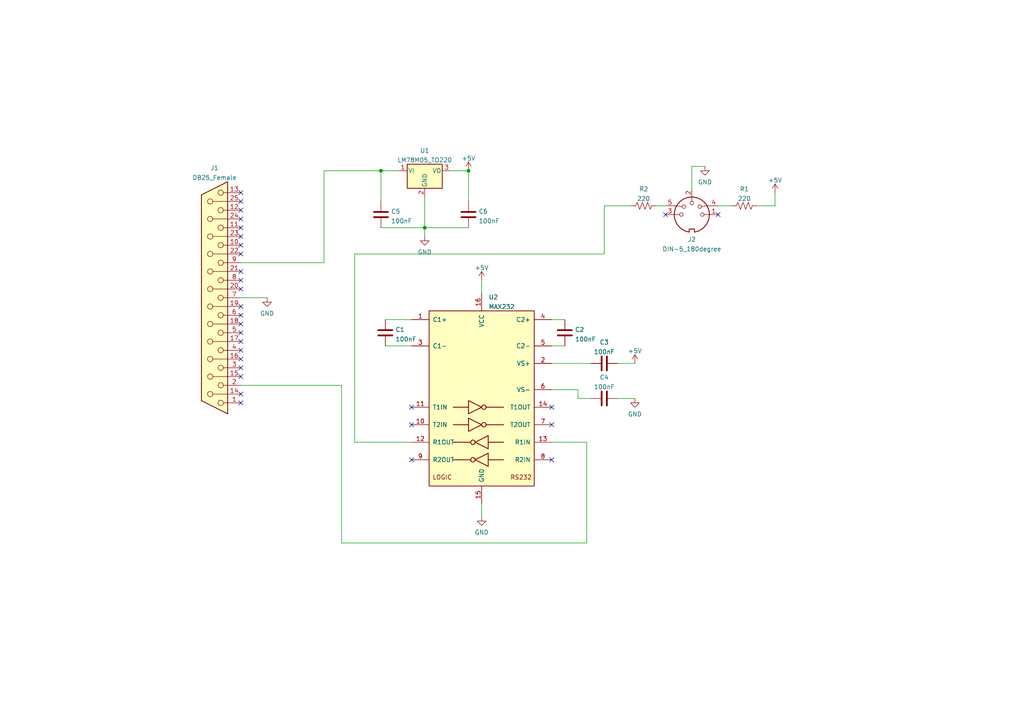
<source format=kicad_sch>
(kicad_sch (version 20211123) (generator eeschema)

  (uuid e63e39d7-6ac0-4ffd-8aa3-1841a4541b55)

  (paper "A4")

  (lib_symbols
    (symbol "Connector:DB25_Female" (pin_names (offset 1.016) hide) (in_bom yes) (on_board yes)
      (property "Reference" "J" (id 0) (at 0 34.29 0)
        (effects (font (size 1.27 1.27)))
      )
      (property "Value" "DB25_Female" (id 1) (at 0 -34.925 0)
        (effects (font (size 1.27 1.27)))
      )
      (property "Footprint" "" (id 2) (at 0 0 0)
        (effects (font (size 1.27 1.27)) hide)
      )
      (property "Datasheet" " ~" (id 3) (at 0 0 0)
        (effects (font (size 1.27 1.27)) hide)
      )
      (property "ki_keywords" "female D-SUB connector" (id 4) (at 0 0 0)
        (effects (font (size 1.27 1.27)) hide)
      )
      (property "ki_description" "25-pin female D-SUB connector" (id 5) (at 0 0 0)
        (effects (font (size 1.27 1.27)) hide)
      )
      (property "ki_fp_filters" "DSUB*Female*" (id 6) (at 0 0 0)
        (effects (font (size 1.27 1.27)) hide)
      )
      (symbol "DB25_Female_0_1"
        (circle (center -1.778 -30.48) (radius 0.762)
          (stroke (width 0) (type default) (color 0 0 0 0))
          (fill (type none))
        )
        (circle (center -1.778 -25.4) (radius 0.762)
          (stroke (width 0) (type default) (color 0 0 0 0))
          (fill (type none))
        )
        (circle (center -1.778 -20.32) (radius 0.762)
          (stroke (width 0) (type default) (color 0 0 0 0))
          (fill (type none))
        )
        (circle (center -1.778 -15.24) (radius 0.762)
          (stroke (width 0) (type default) (color 0 0 0 0))
          (fill (type none))
        )
        (circle (center -1.778 -10.16) (radius 0.762)
          (stroke (width 0) (type default) (color 0 0 0 0))
          (fill (type none))
        )
        (circle (center -1.778 -5.08) (radius 0.762)
          (stroke (width 0) (type default) (color 0 0 0 0))
          (fill (type none))
        )
        (circle (center -1.778 0) (radius 0.762)
          (stroke (width 0) (type default) (color 0 0 0 0))
          (fill (type none))
        )
        (circle (center -1.778 5.08) (radius 0.762)
          (stroke (width 0) (type default) (color 0 0 0 0))
          (fill (type none))
        )
        (circle (center -1.778 10.16) (radius 0.762)
          (stroke (width 0) (type default) (color 0 0 0 0))
          (fill (type none))
        )
        (circle (center -1.778 15.24) (radius 0.762)
          (stroke (width 0) (type default) (color 0 0 0 0))
          (fill (type none))
        )
        (circle (center -1.778 20.32) (radius 0.762)
          (stroke (width 0) (type default) (color 0 0 0 0))
          (fill (type none))
        )
        (circle (center -1.778 25.4) (radius 0.762)
          (stroke (width 0) (type default) (color 0 0 0 0))
          (fill (type none))
        )
        (circle (center -1.778 30.48) (radius 0.762)
          (stroke (width 0) (type default) (color 0 0 0 0))
          (fill (type none))
        )
        (polyline
          (pts
            (xy -3.81 -30.48)
            (xy -2.54 -30.48)
          )
          (stroke (width 0) (type default) (color 0 0 0 0))
          (fill (type none))
        )
        (polyline
          (pts
            (xy -3.81 -27.94)
            (xy 0.508 -27.94)
          )
          (stroke (width 0) (type default) (color 0 0 0 0))
          (fill (type none))
        )
        (polyline
          (pts
            (xy -3.81 -25.4)
            (xy -2.54 -25.4)
          )
          (stroke (width 0) (type default) (color 0 0 0 0))
          (fill (type none))
        )
        (polyline
          (pts
            (xy -3.81 -22.86)
            (xy 0.508 -22.86)
          )
          (stroke (width 0) (type default) (color 0 0 0 0))
          (fill (type none))
        )
        (polyline
          (pts
            (xy -3.81 -20.32)
            (xy -2.54 -20.32)
          )
          (stroke (width 0) (type default) (color 0 0 0 0))
          (fill (type none))
        )
        (polyline
          (pts
            (xy -3.81 -17.78)
            (xy 0.508 -17.78)
          )
          (stroke (width 0) (type default) (color 0 0 0 0))
          (fill (type none))
        )
        (polyline
          (pts
            (xy -3.81 -15.24)
            (xy -2.54 -15.24)
          )
          (stroke (width 0) (type default) (color 0 0 0 0))
          (fill (type none))
        )
        (polyline
          (pts
            (xy -3.81 -12.7)
            (xy 0.508 -12.7)
          )
          (stroke (width 0) (type default) (color 0 0 0 0))
          (fill (type none))
        )
        (polyline
          (pts
            (xy -3.81 -10.16)
            (xy -2.54 -10.16)
          )
          (stroke (width 0) (type default) (color 0 0 0 0))
          (fill (type none))
        )
        (polyline
          (pts
            (xy -3.81 -7.62)
            (xy 0.508 -7.62)
          )
          (stroke (width 0) (type default) (color 0 0 0 0))
          (fill (type none))
        )
        (polyline
          (pts
            (xy -3.81 -5.08)
            (xy -2.54 -5.08)
          )
          (stroke (width 0) (type default) (color 0 0 0 0))
          (fill (type none))
        )
        (polyline
          (pts
            (xy -3.81 -2.54)
            (xy 0.508 -2.54)
          )
          (stroke (width 0) (type default) (color 0 0 0 0))
          (fill (type none))
        )
        (polyline
          (pts
            (xy -3.81 0)
            (xy -2.54 0)
          )
          (stroke (width 0) (type default) (color 0 0 0 0))
          (fill (type none))
        )
        (polyline
          (pts
            (xy -3.81 2.54)
            (xy 0.508 2.54)
          )
          (stroke (width 0) (type default) (color 0 0 0 0))
          (fill (type none))
        )
        (polyline
          (pts
            (xy -3.81 5.08)
            (xy -2.54 5.08)
          )
          (stroke (width 0) (type default) (color 0 0 0 0))
          (fill (type none))
        )
        (polyline
          (pts
            (xy -3.81 7.62)
            (xy 0.508 7.62)
          )
          (stroke (width 0) (type default) (color 0 0 0 0))
          (fill (type none))
        )
        (polyline
          (pts
            (xy -3.81 10.16)
            (xy -2.54 10.16)
          )
          (stroke (width 0) (type default) (color 0 0 0 0))
          (fill (type none))
        )
        (polyline
          (pts
            (xy -3.81 12.7)
            (xy 0.508 12.7)
          )
          (stroke (width 0) (type default) (color 0 0 0 0))
          (fill (type none))
        )
        (polyline
          (pts
            (xy -3.81 15.24)
            (xy -2.54 15.24)
          )
          (stroke (width 0) (type default) (color 0 0 0 0))
          (fill (type none))
        )
        (polyline
          (pts
            (xy -3.81 17.78)
            (xy 0.508 17.78)
          )
          (stroke (width 0) (type default) (color 0 0 0 0))
          (fill (type none))
        )
        (polyline
          (pts
            (xy -3.81 20.32)
            (xy -2.54 20.32)
          )
          (stroke (width 0) (type default) (color 0 0 0 0))
          (fill (type none))
        )
        (polyline
          (pts
            (xy -3.81 22.86)
            (xy 0.508 22.86)
          )
          (stroke (width 0) (type default) (color 0 0 0 0))
          (fill (type none))
        )
        (polyline
          (pts
            (xy -3.81 25.4)
            (xy -2.54 25.4)
          )
          (stroke (width 0) (type default) (color 0 0 0 0))
          (fill (type none))
        )
        (polyline
          (pts
            (xy -3.81 27.94)
            (xy 0.508 27.94)
          )
          (stroke (width 0) (type default) (color 0 0 0 0))
          (fill (type none))
        )
        (polyline
          (pts
            (xy -3.81 30.48)
            (xy -2.54 30.48)
          )
          (stroke (width 0) (type default) (color 0 0 0 0))
          (fill (type none))
        )
        (polyline
          (pts
            (xy -3.81 33.655)
            (xy 3.81 29.845)
            (xy 3.81 -29.845)
            (xy -3.81 -33.655)
            (xy -3.81 33.655)
          )
          (stroke (width 0.254) (type default) (color 0 0 0 0))
          (fill (type background))
        )
        (circle (center 1.27 -27.94) (radius 0.762)
          (stroke (width 0) (type default) (color 0 0 0 0))
          (fill (type none))
        )
        (circle (center 1.27 -22.86) (radius 0.762)
          (stroke (width 0) (type default) (color 0 0 0 0))
          (fill (type none))
        )
        (circle (center 1.27 -17.78) (radius 0.762)
          (stroke (width 0) (type default) (color 0 0 0 0))
          (fill (type none))
        )
        (circle (center 1.27 -12.7) (radius 0.762)
          (stroke (width 0) (type default) (color 0 0 0 0))
          (fill (type none))
        )
        (circle (center 1.27 -7.62) (radius 0.762)
          (stroke (width 0) (type default) (color 0 0 0 0))
          (fill (type none))
        )
        (circle (center 1.27 -2.54) (radius 0.762)
          (stroke (width 0) (type default) (color 0 0 0 0))
          (fill (type none))
        )
        (circle (center 1.27 2.54) (radius 0.762)
          (stroke (width 0) (type default) (color 0 0 0 0))
          (fill (type none))
        )
        (circle (center 1.27 7.62) (radius 0.762)
          (stroke (width 0) (type default) (color 0 0 0 0))
          (fill (type none))
        )
        (circle (center 1.27 12.7) (radius 0.762)
          (stroke (width 0) (type default) (color 0 0 0 0))
          (fill (type none))
        )
        (circle (center 1.27 17.78) (radius 0.762)
          (stroke (width 0) (type default) (color 0 0 0 0))
          (fill (type none))
        )
        (circle (center 1.27 22.86) (radius 0.762)
          (stroke (width 0) (type default) (color 0 0 0 0))
          (fill (type none))
        )
        (circle (center 1.27 27.94) (radius 0.762)
          (stroke (width 0) (type default) (color 0 0 0 0))
          (fill (type none))
        )
      )
      (symbol "DB25_Female_1_1"
        (pin passive line (at -7.62 30.48 0) (length 3.81)
          (name "1" (effects (font (size 1.27 1.27))))
          (number "1" (effects (font (size 1.27 1.27))))
        )
        (pin passive line (at -7.62 -15.24 0) (length 3.81)
          (name "10" (effects (font (size 1.27 1.27))))
          (number "10" (effects (font (size 1.27 1.27))))
        )
        (pin passive line (at -7.62 -20.32 0) (length 3.81)
          (name "11" (effects (font (size 1.27 1.27))))
          (number "11" (effects (font (size 1.27 1.27))))
        )
        (pin passive line (at -7.62 -25.4 0) (length 3.81)
          (name "12" (effects (font (size 1.27 1.27))))
          (number "12" (effects (font (size 1.27 1.27))))
        )
        (pin passive line (at -7.62 -30.48 0) (length 3.81)
          (name "13" (effects (font (size 1.27 1.27))))
          (number "13" (effects (font (size 1.27 1.27))))
        )
        (pin passive line (at -7.62 27.94 0) (length 3.81)
          (name "P14" (effects (font (size 1.27 1.27))))
          (number "14" (effects (font (size 1.27 1.27))))
        )
        (pin passive line (at -7.62 22.86 0) (length 3.81)
          (name "P15" (effects (font (size 1.27 1.27))))
          (number "15" (effects (font (size 1.27 1.27))))
        )
        (pin passive line (at -7.62 17.78 0) (length 3.81)
          (name "P16" (effects (font (size 1.27 1.27))))
          (number "16" (effects (font (size 1.27 1.27))))
        )
        (pin passive line (at -7.62 12.7 0) (length 3.81)
          (name "P17" (effects (font (size 1.27 1.27))))
          (number "17" (effects (font (size 1.27 1.27))))
        )
        (pin passive line (at -7.62 7.62 0) (length 3.81)
          (name "P18" (effects (font (size 1.27 1.27))))
          (number "18" (effects (font (size 1.27 1.27))))
        )
        (pin passive line (at -7.62 2.54 0) (length 3.81)
          (name "P19" (effects (font (size 1.27 1.27))))
          (number "19" (effects (font (size 1.27 1.27))))
        )
        (pin passive line (at -7.62 25.4 0) (length 3.81)
          (name "2" (effects (font (size 1.27 1.27))))
          (number "2" (effects (font (size 1.27 1.27))))
        )
        (pin passive line (at -7.62 -2.54 0) (length 3.81)
          (name "P20" (effects (font (size 1.27 1.27))))
          (number "20" (effects (font (size 1.27 1.27))))
        )
        (pin passive line (at -7.62 -7.62 0) (length 3.81)
          (name "P21" (effects (font (size 1.27 1.27))))
          (number "21" (effects (font (size 1.27 1.27))))
        )
        (pin passive line (at -7.62 -12.7 0) (length 3.81)
          (name "P22" (effects (font (size 1.27 1.27))))
          (number "22" (effects (font (size 1.27 1.27))))
        )
        (pin passive line (at -7.62 -17.78 0) (length 3.81)
          (name "P23" (effects (font (size 1.27 1.27))))
          (number "23" (effects (font (size 1.27 1.27))))
        )
        (pin passive line (at -7.62 -22.86 0) (length 3.81)
          (name "P24" (effects (font (size 1.27 1.27))))
          (number "24" (effects (font (size 1.27 1.27))))
        )
        (pin passive line (at -7.62 -27.94 0) (length 3.81)
          (name "P25" (effects (font (size 1.27 1.27))))
          (number "25" (effects (font (size 1.27 1.27))))
        )
        (pin passive line (at -7.62 20.32 0) (length 3.81)
          (name "3" (effects (font (size 1.27 1.27))))
          (number "3" (effects (font (size 1.27 1.27))))
        )
        (pin passive line (at -7.62 15.24 0) (length 3.81)
          (name "4" (effects (font (size 1.27 1.27))))
          (number "4" (effects (font (size 1.27 1.27))))
        )
        (pin passive line (at -7.62 10.16 0) (length 3.81)
          (name "5" (effects (font (size 1.27 1.27))))
          (number "5" (effects (font (size 1.27 1.27))))
        )
        (pin passive line (at -7.62 5.08 0) (length 3.81)
          (name "6" (effects (font (size 1.27 1.27))))
          (number "6" (effects (font (size 1.27 1.27))))
        )
        (pin passive line (at -7.62 0 0) (length 3.81)
          (name "7" (effects (font (size 1.27 1.27))))
          (number "7" (effects (font (size 1.27 1.27))))
        )
        (pin passive line (at -7.62 -5.08 0) (length 3.81)
          (name "8" (effects (font (size 1.27 1.27))))
          (number "8" (effects (font (size 1.27 1.27))))
        )
        (pin passive line (at -7.62 -10.16 0) (length 3.81)
          (name "9" (effects (font (size 1.27 1.27))))
          (number "9" (effects (font (size 1.27 1.27))))
        )
      )
    )
    (symbol "Connector:DIN-5_180degree" (pin_names (offset 1.016)) (in_bom yes) (on_board yes)
      (property "Reference" "J" (id 0) (at 3.175 5.715 0)
        (effects (font (size 1.27 1.27)))
      )
      (property "Value" "DIN-5_180degree" (id 1) (at 0 -6.35 0)
        (effects (font (size 1.27 1.27)))
      )
      (property "Footprint" "" (id 2) (at 0 0 0)
        (effects (font (size 1.27 1.27)) hide)
      )
      (property "Datasheet" "http://www.mouser.com/ds/2/18/40_c091_abd_e-75918.pdf" (id 3) (at 0 0 0)
        (effects (font (size 1.27 1.27)) hide)
      )
      (property "ki_keywords" "circular DIN connector stereo audio" (id 4) (at 0 0 0)
        (effects (font (size 1.27 1.27)) hide)
      )
      (property "ki_description" "5-pin DIN connector (5-pin DIN-5 stereo)" (id 5) (at 0 0 0)
        (effects (font (size 1.27 1.27)) hide)
      )
      (property "ki_fp_filters" "DIN*" (id 6) (at 0 0 0)
        (effects (font (size 1.27 1.27)) hide)
      )
      (symbol "DIN-5_180degree_0_1"
        (arc (start -5.08 0) (mid -3.8597 -3.3379) (end -0.762 -5.08)
          (stroke (width 0.254) (type default) (color 0 0 0 0))
          (fill (type none))
        )
        (circle (center -3.048 0) (radius 0.508)
          (stroke (width 0) (type default) (color 0 0 0 0))
          (fill (type none))
        )
        (circle (center -2.286 2.286) (radius 0.508)
          (stroke (width 0) (type default) (color 0 0 0 0))
          (fill (type none))
        )
        (polyline
          (pts
            (xy -5.08 0)
            (xy -3.556 0)
          )
          (stroke (width 0) (type default) (color 0 0 0 0))
          (fill (type none))
        )
        (polyline
          (pts
            (xy 0 5.08)
            (xy 0 3.81)
          )
          (stroke (width 0) (type default) (color 0 0 0 0))
          (fill (type none))
        )
        (polyline
          (pts
            (xy 5.08 0)
            (xy 3.556 0)
          )
          (stroke (width 0) (type default) (color 0 0 0 0))
          (fill (type none))
        )
        (polyline
          (pts
            (xy -5.08 2.54)
            (xy -4.318 2.54)
            (xy -2.794 2.286)
          )
          (stroke (width 0) (type default) (color 0 0 0 0))
          (fill (type none))
        )
        (polyline
          (pts
            (xy 5.08 2.54)
            (xy 4.318 2.54)
            (xy 2.794 2.286)
          )
          (stroke (width 0) (type default) (color 0 0 0 0))
          (fill (type none))
        )
        (polyline
          (pts
            (xy -0.762 -4.953)
            (xy -0.762 -4.191)
            (xy 0.762 -4.191)
            (xy 0.762 -4.953)
          )
          (stroke (width 0.254) (type default) (color 0 0 0 0))
          (fill (type none))
        )
        (circle (center 0 3.302) (radius 0.508)
          (stroke (width 0) (type default) (color 0 0 0 0))
          (fill (type none))
        )
        (arc (start 0.762 -5.08) (mid 3.8673 -3.3444) (end 5.08 0)
          (stroke (width 0.254) (type default) (color 0 0 0 0))
          (fill (type none))
        )
        (circle (center 2.286 2.286) (radius 0.508)
          (stroke (width 0) (type default) (color 0 0 0 0))
          (fill (type none))
        )
        (circle (center 3.048 0) (radius 0.508)
          (stroke (width 0) (type default) (color 0 0 0 0))
          (fill (type none))
        )
        (arc (start 5.08 0) (mid 0 5.08) (end -5.08 0)
          (stroke (width 0.254) (type default) (color 0 0 0 0))
          (fill (type none))
        )
      )
      (symbol "DIN-5_180degree_1_1"
        (pin passive line (at -7.62 0 0) (length 2.54)
          (name "~" (effects (font (size 1.27 1.27))))
          (number "1" (effects (font (size 1.27 1.27))))
        )
        (pin passive line (at 0 7.62 270) (length 2.54)
          (name "~" (effects (font (size 1.27 1.27))))
          (number "2" (effects (font (size 1.27 1.27))))
        )
        (pin passive line (at 7.62 0 180) (length 2.54)
          (name "~" (effects (font (size 1.27 1.27))))
          (number "3" (effects (font (size 1.27 1.27))))
        )
        (pin passive line (at -7.62 2.54 0) (length 2.54)
          (name "~" (effects (font (size 1.27 1.27))))
          (number "4" (effects (font (size 1.27 1.27))))
        )
        (pin passive line (at 7.62 2.54 180) (length 2.54)
          (name "~" (effects (font (size 1.27 1.27))))
          (number "5" (effects (font (size 1.27 1.27))))
        )
      )
    )
    (symbol "Device:C" (pin_numbers hide) (pin_names (offset 0.254)) (in_bom yes) (on_board yes)
      (property "Reference" "C" (id 0) (at 0.635 2.54 0)
        (effects (font (size 1.27 1.27)) (justify left))
      )
      (property "Value" "C" (id 1) (at 0.635 -2.54 0)
        (effects (font (size 1.27 1.27)) (justify left))
      )
      (property "Footprint" "" (id 2) (at 0.9652 -3.81 0)
        (effects (font (size 1.27 1.27)) hide)
      )
      (property "Datasheet" "~" (id 3) (at 0 0 0)
        (effects (font (size 1.27 1.27)) hide)
      )
      (property "ki_keywords" "cap capacitor" (id 4) (at 0 0 0)
        (effects (font (size 1.27 1.27)) hide)
      )
      (property "ki_description" "Unpolarized capacitor" (id 5) (at 0 0 0)
        (effects (font (size 1.27 1.27)) hide)
      )
      (property "ki_fp_filters" "C_*" (id 6) (at 0 0 0)
        (effects (font (size 1.27 1.27)) hide)
      )
      (symbol "C_0_1"
        (polyline
          (pts
            (xy -2.032 -0.762)
            (xy 2.032 -0.762)
          )
          (stroke (width 0.508) (type default) (color 0 0 0 0))
          (fill (type none))
        )
        (polyline
          (pts
            (xy -2.032 0.762)
            (xy 2.032 0.762)
          )
          (stroke (width 0.508) (type default) (color 0 0 0 0))
          (fill (type none))
        )
      )
      (symbol "C_1_1"
        (pin passive line (at 0 3.81 270) (length 2.794)
          (name "~" (effects (font (size 1.27 1.27))))
          (number "1" (effects (font (size 1.27 1.27))))
        )
        (pin passive line (at 0 -3.81 90) (length 2.794)
          (name "~" (effects (font (size 1.27 1.27))))
          (number "2" (effects (font (size 1.27 1.27))))
        )
      )
    )
    (symbol "Device:R_US" (pin_numbers hide) (pin_names (offset 0)) (in_bom yes) (on_board yes)
      (property "Reference" "R" (id 0) (at 2.54 0 90)
        (effects (font (size 1.27 1.27)))
      )
      (property "Value" "R_US" (id 1) (at -2.54 0 90)
        (effects (font (size 1.27 1.27)))
      )
      (property "Footprint" "" (id 2) (at 1.016 -0.254 90)
        (effects (font (size 1.27 1.27)) hide)
      )
      (property "Datasheet" "~" (id 3) (at 0 0 0)
        (effects (font (size 1.27 1.27)) hide)
      )
      (property "ki_keywords" "R res resistor" (id 4) (at 0 0 0)
        (effects (font (size 1.27 1.27)) hide)
      )
      (property "ki_description" "Resistor, US symbol" (id 5) (at 0 0 0)
        (effects (font (size 1.27 1.27)) hide)
      )
      (property "ki_fp_filters" "R_*" (id 6) (at 0 0 0)
        (effects (font (size 1.27 1.27)) hide)
      )
      (symbol "R_US_0_1"
        (polyline
          (pts
            (xy 0 -2.286)
            (xy 0 -2.54)
          )
          (stroke (width 0) (type default) (color 0 0 0 0))
          (fill (type none))
        )
        (polyline
          (pts
            (xy 0 2.286)
            (xy 0 2.54)
          )
          (stroke (width 0) (type default) (color 0 0 0 0))
          (fill (type none))
        )
        (polyline
          (pts
            (xy 0 -0.762)
            (xy 1.016 -1.143)
            (xy 0 -1.524)
            (xy -1.016 -1.905)
            (xy 0 -2.286)
          )
          (stroke (width 0) (type default) (color 0 0 0 0))
          (fill (type none))
        )
        (polyline
          (pts
            (xy 0 0.762)
            (xy 1.016 0.381)
            (xy 0 0)
            (xy -1.016 -0.381)
            (xy 0 -0.762)
          )
          (stroke (width 0) (type default) (color 0 0 0 0))
          (fill (type none))
        )
        (polyline
          (pts
            (xy 0 2.286)
            (xy 1.016 1.905)
            (xy 0 1.524)
            (xy -1.016 1.143)
            (xy 0 0.762)
          )
          (stroke (width 0) (type default) (color 0 0 0 0))
          (fill (type none))
        )
      )
      (symbol "R_US_1_1"
        (pin passive line (at 0 3.81 270) (length 1.27)
          (name "~" (effects (font (size 1.27 1.27))))
          (number "1" (effects (font (size 1.27 1.27))))
        )
        (pin passive line (at 0 -3.81 90) (length 1.27)
          (name "~" (effects (font (size 1.27 1.27))))
          (number "2" (effects (font (size 1.27 1.27))))
        )
      )
    )
    (symbol "Interface_UART:MAX232" (pin_names (offset 1.016)) (in_bom yes) (on_board yes)
      (property "Reference" "U" (id 0) (at -2.54 28.575 0)
        (effects (font (size 1.27 1.27)) (justify right))
      )
      (property "Value" "MAX232" (id 1) (at -2.54 26.67 0)
        (effects (font (size 1.27 1.27)) (justify right))
      )
      (property "Footprint" "" (id 2) (at 1.27 -26.67 0)
        (effects (font (size 1.27 1.27)) (justify left) hide)
      )
      (property "Datasheet" "http://www.ti.com/lit/ds/symlink/max232.pdf" (id 3) (at 0 2.54 0)
        (effects (font (size 1.27 1.27)) hide)
      )
      (property "ki_keywords" "rs232 uart transceiver line-driver" (id 4) (at 0 0 0)
        (effects (font (size 1.27 1.27)) hide)
      )
      (property "ki_description" "Dual RS232 driver/receiver, 5V supply, 120kb/s, 0C-70C" (id 5) (at 0 0 0)
        (effects (font (size 1.27 1.27)) hide)
      )
      (property "ki_fp_filters" "SOIC*P1.27mm* DIP*W7.62mm* TSSOP*4.4x5mm*P0.65mm*" (id 6) (at 0 0 0)
        (effects (font (size 1.27 1.27)) hide)
      )
      (symbol "MAX232_0_0"
        (text "LOGIC" (at -11.43 -22.86 0)
          (effects (font (size 1.27 1.27)))
        )
        (text "RS232" (at 11.43 -22.86 0)
          (effects (font (size 1.27 1.27)))
        )
      )
      (symbol "MAX232_0_1"
        (rectangle (start -15.24 -25.4) (end 15.24 25.4)
          (stroke (width 0.254) (type default) (color 0 0 0 0))
          (fill (type background))
        )
        (circle (center -2.54 -17.78) (radius 0.635)
          (stroke (width 0.254) (type default) (color 0 0 0 0))
          (fill (type none))
        )
        (circle (center -2.54 -12.7) (radius 0.635)
          (stroke (width 0.254) (type default) (color 0 0 0 0))
          (fill (type none))
        )
        (polyline
          (pts
            (xy -3.81 -7.62)
            (xy -8.255 -7.62)
          )
          (stroke (width 0.254) (type default) (color 0 0 0 0))
          (fill (type none))
        )
        (polyline
          (pts
            (xy -3.81 -2.54)
            (xy -8.255 -2.54)
          )
          (stroke (width 0.254) (type default) (color 0 0 0 0))
          (fill (type none))
        )
        (polyline
          (pts
            (xy -3.175 -17.78)
            (xy -8.255 -17.78)
          )
          (stroke (width 0.254) (type default) (color 0 0 0 0))
          (fill (type none))
        )
        (polyline
          (pts
            (xy -3.175 -12.7)
            (xy -8.255 -12.7)
          )
          (stroke (width 0.254) (type default) (color 0 0 0 0))
          (fill (type none))
        )
        (polyline
          (pts
            (xy 1.27 -7.62)
            (xy 6.35 -7.62)
          )
          (stroke (width 0.254) (type default) (color 0 0 0 0))
          (fill (type none))
        )
        (polyline
          (pts
            (xy 1.27 -2.54)
            (xy 6.35 -2.54)
          )
          (stroke (width 0.254) (type default) (color 0 0 0 0))
          (fill (type none))
        )
        (polyline
          (pts
            (xy 1.905 -17.78)
            (xy 6.35 -17.78)
          )
          (stroke (width 0.254) (type default) (color 0 0 0 0))
          (fill (type none))
        )
        (polyline
          (pts
            (xy 1.905 -12.7)
            (xy 6.35 -12.7)
          )
          (stroke (width 0.254) (type default) (color 0 0 0 0))
          (fill (type none))
        )
        (polyline
          (pts
            (xy -3.81 -5.715)
            (xy -3.81 -9.525)
            (xy 0 -7.62)
            (xy -3.81 -5.715)
          )
          (stroke (width 0.254) (type default) (color 0 0 0 0))
          (fill (type none))
        )
        (polyline
          (pts
            (xy -3.81 -0.635)
            (xy -3.81 -4.445)
            (xy 0 -2.54)
            (xy -3.81 -0.635)
          )
          (stroke (width 0.254) (type default) (color 0 0 0 0))
          (fill (type none))
        )
        (polyline
          (pts
            (xy 1.905 -15.875)
            (xy 1.905 -19.685)
            (xy -1.905 -17.78)
            (xy 1.905 -15.875)
          )
          (stroke (width 0.254) (type default) (color 0 0 0 0))
          (fill (type none))
        )
        (polyline
          (pts
            (xy 1.905 -10.795)
            (xy 1.905 -14.605)
            (xy -1.905 -12.7)
            (xy 1.905 -10.795)
          )
          (stroke (width 0.254) (type default) (color 0 0 0 0))
          (fill (type none))
        )
        (circle (center 0.635 -7.62) (radius 0.635)
          (stroke (width 0.254) (type default) (color 0 0 0 0))
          (fill (type none))
        )
        (circle (center 0.635 -2.54) (radius 0.635)
          (stroke (width 0.254) (type default) (color 0 0 0 0))
          (fill (type none))
        )
      )
      (symbol "MAX232_1_1"
        (pin passive line (at -20.32 22.86 0) (length 5.08)
          (name "C1+" (effects (font (size 1.27 1.27))))
          (number "1" (effects (font (size 1.27 1.27))))
        )
        (pin input line (at -20.32 -7.62 0) (length 5.08)
          (name "T2IN" (effects (font (size 1.27 1.27))))
          (number "10" (effects (font (size 1.27 1.27))))
        )
        (pin input line (at -20.32 -2.54 0) (length 5.08)
          (name "T1IN" (effects (font (size 1.27 1.27))))
          (number "11" (effects (font (size 1.27 1.27))))
        )
        (pin output line (at -20.32 -12.7 0) (length 5.08)
          (name "R1OUT" (effects (font (size 1.27 1.27))))
          (number "12" (effects (font (size 1.27 1.27))))
        )
        (pin input line (at 20.32 -12.7 180) (length 5.08)
          (name "R1IN" (effects (font (size 1.27 1.27))))
          (number "13" (effects (font (size 1.27 1.27))))
        )
        (pin output line (at 20.32 -2.54 180) (length 5.08)
          (name "T1OUT" (effects (font (size 1.27 1.27))))
          (number "14" (effects (font (size 1.27 1.27))))
        )
        (pin power_in line (at 0 -30.48 90) (length 5.08)
          (name "GND" (effects (font (size 1.27 1.27))))
          (number "15" (effects (font (size 1.27 1.27))))
        )
        (pin power_in line (at 0 30.48 270) (length 5.08)
          (name "VCC" (effects (font (size 1.27 1.27))))
          (number "16" (effects (font (size 1.27 1.27))))
        )
        (pin power_out line (at 20.32 10.16 180) (length 5.08)
          (name "VS+" (effects (font (size 1.27 1.27))))
          (number "2" (effects (font (size 1.27 1.27))))
        )
        (pin passive line (at -20.32 15.24 0) (length 5.08)
          (name "C1-" (effects (font (size 1.27 1.27))))
          (number "3" (effects (font (size 1.27 1.27))))
        )
        (pin passive line (at 20.32 22.86 180) (length 5.08)
          (name "C2+" (effects (font (size 1.27 1.27))))
          (number "4" (effects (font (size 1.27 1.27))))
        )
        (pin passive line (at 20.32 15.24 180) (length 5.08)
          (name "C2-" (effects (font (size 1.27 1.27))))
          (number "5" (effects (font (size 1.27 1.27))))
        )
        (pin power_out line (at 20.32 2.54 180) (length 5.08)
          (name "VS-" (effects (font (size 1.27 1.27))))
          (number "6" (effects (font (size 1.27 1.27))))
        )
        (pin output line (at 20.32 -7.62 180) (length 5.08)
          (name "T2OUT" (effects (font (size 1.27 1.27))))
          (number "7" (effects (font (size 1.27 1.27))))
        )
        (pin input line (at 20.32 -17.78 180) (length 5.08)
          (name "R2IN" (effects (font (size 1.27 1.27))))
          (number "8" (effects (font (size 1.27 1.27))))
        )
        (pin output line (at -20.32 -17.78 0) (length 5.08)
          (name "R2OUT" (effects (font (size 1.27 1.27))))
          (number "9" (effects (font (size 1.27 1.27))))
        )
      )
    )
    (symbol "Regulator_Linear:LM78M05_TO220" (pin_names (offset 0.254)) (in_bom yes) (on_board yes)
      (property "Reference" "U" (id 0) (at -3.81 3.175 0)
        (effects (font (size 1.27 1.27)))
      )
      (property "Value" "LM78M05_TO220" (id 1) (at 0 3.175 0)
        (effects (font (size 1.27 1.27)) (justify left))
      )
      (property "Footprint" "Package_TO_SOT_THT:TO-220-3_Vertical" (id 2) (at 0 5.715 0)
        (effects (font (size 1.27 1.27) italic) hide)
      )
      (property "Datasheet" "https://www.onsemi.com/pub/Collateral/MC78M00-D.PDF" (id 3) (at 0 -1.27 0)
        (effects (font (size 1.27 1.27)) hide)
      )
      (property "ki_keywords" "Voltage Regulator 500mA Positive" (id 4) (at 0 0 0)
        (effects (font (size 1.27 1.27)) hide)
      )
      (property "ki_description" "Positive 500mA 35V Linear Regulator, Fixed Output 5V, TO-220" (id 5) (at 0 0 0)
        (effects (font (size 1.27 1.27)) hide)
      )
      (property "ki_fp_filters" "TO?220*" (id 6) (at 0 0 0)
        (effects (font (size 1.27 1.27)) hide)
      )
      (symbol "LM78M05_TO220_0_1"
        (rectangle (start -5.08 1.905) (end 5.08 -5.08)
          (stroke (width 0.254) (type default) (color 0 0 0 0))
          (fill (type background))
        )
      )
      (symbol "LM78M05_TO220_1_1"
        (pin power_in line (at -7.62 0 0) (length 2.54)
          (name "VI" (effects (font (size 1.27 1.27))))
          (number "1" (effects (font (size 1.27 1.27))))
        )
        (pin power_in line (at 0 -7.62 90) (length 2.54)
          (name "GND" (effects (font (size 1.27 1.27))))
          (number "2" (effects (font (size 1.27 1.27))))
        )
        (pin power_out line (at 7.62 0 180) (length 2.54)
          (name "VO" (effects (font (size 1.27 1.27))))
          (number "3" (effects (font (size 1.27 1.27))))
        )
      )
    )
    (symbol "power:+5V" (power) (pin_names (offset 0)) (in_bom yes) (on_board yes)
      (property "Reference" "#PWR" (id 0) (at 0 -3.81 0)
        (effects (font (size 1.27 1.27)) hide)
      )
      (property "Value" "+5V" (id 1) (at 0 3.556 0)
        (effects (font (size 1.27 1.27)))
      )
      (property "Footprint" "" (id 2) (at 0 0 0)
        (effects (font (size 1.27 1.27)) hide)
      )
      (property "Datasheet" "" (id 3) (at 0 0 0)
        (effects (font (size 1.27 1.27)) hide)
      )
      (property "ki_keywords" "power-flag" (id 4) (at 0 0 0)
        (effects (font (size 1.27 1.27)) hide)
      )
      (property "ki_description" "Power symbol creates a global label with name \"+5V\"" (id 5) (at 0 0 0)
        (effects (font (size 1.27 1.27)) hide)
      )
      (symbol "+5V_0_1"
        (polyline
          (pts
            (xy -0.762 1.27)
            (xy 0 2.54)
          )
          (stroke (width 0) (type default) (color 0 0 0 0))
          (fill (type none))
        )
        (polyline
          (pts
            (xy 0 0)
            (xy 0 2.54)
          )
          (stroke (width 0) (type default) (color 0 0 0 0))
          (fill (type none))
        )
        (polyline
          (pts
            (xy 0 2.54)
            (xy 0.762 1.27)
          )
          (stroke (width 0) (type default) (color 0 0 0 0))
          (fill (type none))
        )
      )
      (symbol "+5V_1_1"
        (pin power_in line (at 0 0 90) (length 0) hide
          (name "+5V" (effects (font (size 1.27 1.27))))
          (number "1" (effects (font (size 1.27 1.27))))
        )
      )
    )
    (symbol "power:GND" (power) (pin_names (offset 0)) (in_bom yes) (on_board yes)
      (property "Reference" "#PWR" (id 0) (at 0 -6.35 0)
        (effects (font (size 1.27 1.27)) hide)
      )
      (property "Value" "GND" (id 1) (at 0 -3.81 0)
        (effects (font (size 1.27 1.27)))
      )
      (property "Footprint" "" (id 2) (at 0 0 0)
        (effects (font (size 1.27 1.27)) hide)
      )
      (property "Datasheet" "" (id 3) (at 0 0 0)
        (effects (font (size 1.27 1.27)) hide)
      )
      (property "ki_keywords" "power-flag" (id 4) (at 0 0 0)
        (effects (font (size 1.27 1.27)) hide)
      )
      (property "ki_description" "Power symbol creates a global label with name \"GND\" , ground" (id 5) (at 0 0 0)
        (effects (font (size 1.27 1.27)) hide)
      )
      (symbol "GND_0_1"
        (polyline
          (pts
            (xy 0 0)
            (xy 0 -1.27)
            (xy 1.27 -1.27)
            (xy 0 -2.54)
            (xy -1.27 -1.27)
            (xy 0 -1.27)
          )
          (stroke (width 0) (type default) (color 0 0 0 0))
          (fill (type none))
        )
      )
      (symbol "GND_1_1"
        (pin power_in line (at 0 0 270) (length 0) hide
          (name "GND" (effects (font (size 1.27 1.27))))
          (number "1" (effects (font (size 1.27 1.27))))
        )
      )
    )
  )

  (junction (at 135.89 49.53) (diameter 0) (color 0 0 0 0)
    (uuid ab6f887f-3a5a-4d15-be3a-9ebb7982c3c7)
  )
  (junction (at 110.49 49.53) (diameter 0) (color 0 0 0 0)
    (uuid b7306b65-dd45-471f-82d4-20204ec12229)
  )
  (junction (at 123.19 66.04) (diameter 0) (color 0 0 0 0)
    (uuid f7d8de85-5c33-4d5b-a335-210fe9c7e72d)
  )

  (no_connect (at 160.02 133.35) (uuid 2b40e13d-0496-490f-9645-d131d8a9c7a3))
  (no_connect (at 160.02 123.19) (uuid 2b40e13d-0496-490f-9645-d131d8a9c7a4))
  (no_connect (at 119.38 118.11) (uuid 2b40e13d-0496-490f-9645-d131d8a9c7a5))
  (no_connect (at 119.38 123.19) (uuid 2b40e13d-0496-490f-9645-d131d8a9c7a6))
  (no_connect (at 119.38 133.35) (uuid 2b40e13d-0496-490f-9645-d131d8a9c7a7))
  (no_connect (at 69.85 116.84) (uuid 2b40e13d-0496-490f-9645-d131d8a9c7a8))
  (no_connect (at 69.85 114.3) (uuid 2b40e13d-0496-490f-9645-d131d8a9c7a9))
  (no_connect (at 69.85 109.22) (uuid 2b40e13d-0496-490f-9645-d131d8a9c7aa))
  (no_connect (at 69.85 104.14) (uuid 2b40e13d-0496-490f-9645-d131d8a9c7ab))
  (no_connect (at 69.85 58.42) (uuid 2b40e13d-0496-490f-9645-d131d8a9c7ac))
  (no_connect (at 69.85 55.88) (uuid 2b40e13d-0496-490f-9645-d131d8a9c7ad))
  (no_connect (at 69.85 106.68) (uuid 2b40e13d-0496-490f-9645-d131d8a9c7ae))
  (no_connect (at 69.85 93.98) (uuid 2b40e13d-0496-490f-9645-d131d8a9c7af))
  (no_connect (at 69.85 91.44) (uuid 2b40e13d-0496-490f-9645-d131d8a9c7b0))
  (no_connect (at 69.85 88.9) (uuid 2b40e13d-0496-490f-9645-d131d8a9c7b1))
  (no_connect (at 69.85 83.82) (uuid 2b40e13d-0496-490f-9645-d131d8a9c7b2))
  (no_connect (at 69.85 81.28) (uuid 2b40e13d-0496-490f-9645-d131d8a9c7b3))
  (no_connect (at 69.85 78.74) (uuid 2b40e13d-0496-490f-9645-d131d8a9c7b4))
  (no_connect (at 69.85 73.66) (uuid 2b40e13d-0496-490f-9645-d131d8a9c7b5))
  (no_connect (at 69.85 71.12) (uuid 2b40e13d-0496-490f-9645-d131d8a9c7b6))
  (no_connect (at 69.85 68.58) (uuid 2b40e13d-0496-490f-9645-d131d8a9c7b7))
  (no_connect (at 69.85 66.04) (uuid 2b40e13d-0496-490f-9645-d131d8a9c7b8))
  (no_connect (at 69.85 63.5) (uuid 2b40e13d-0496-490f-9645-d131d8a9c7b9))
  (no_connect (at 69.85 60.96) (uuid 2b40e13d-0496-490f-9645-d131d8a9c7ba))
  (no_connect (at 69.85 101.6) (uuid 2b40e13d-0496-490f-9645-d131d8a9c7bb))
  (no_connect (at 69.85 99.06) (uuid 2b40e13d-0496-490f-9645-d131d8a9c7bc))
  (no_connect (at 69.85 96.52) (uuid 2b40e13d-0496-490f-9645-d131d8a9c7bd))
  (no_connect (at 160.02 118.11) (uuid 2b40e13d-0496-490f-9645-d131d8a9c7be))
  (no_connect (at 208.28 62.23) (uuid 5aa9286e-1f5b-4a66-8248-04900e7033f6))
  (no_connect (at 193.04 62.23) (uuid 5aa9286e-1f5b-4a66-8248-04900e7033f7))

  (wire (pts (xy 179.07 115.57) (xy 184.15 115.57))
    (stroke (width 0) (type default) (color 0 0 0 0))
    (uuid 1d772949-2a53-4135-862b-feedcf9281c4)
  )
  (wire (pts (xy 102.87 73.66) (xy 175.26 73.66))
    (stroke (width 0) (type default) (color 0 0 0 0))
    (uuid 3230db71-e343-4ca7-bfe8-9565703f0c4c)
  )
  (wire (pts (xy 167.64 115.57) (xy 171.45 115.57))
    (stroke (width 0) (type default) (color 0 0 0 0))
    (uuid 33e00a89-af99-4c16-9d9e-a2ac34e3b0db)
  )
  (wire (pts (xy 175.26 73.66) (xy 175.26 59.69))
    (stroke (width 0) (type default) (color 0 0 0 0))
    (uuid 3b5c237f-d7d6-49ed-b03e-6a11bbbe8b45)
  )
  (wire (pts (xy 208.28 59.69) (xy 212.09 59.69))
    (stroke (width 0) (type default) (color 0 0 0 0))
    (uuid 4a1c628e-c0fb-4335-8f94-62a811fea9a8)
  )
  (wire (pts (xy 200.66 48.26) (xy 200.66 54.61))
    (stroke (width 0) (type default) (color 0 0 0 0))
    (uuid 4bf4ac32-5f1f-4c50-8cbd-cb6f60ce5a94)
  )
  (wire (pts (xy 175.26 59.69) (xy 182.88 59.69))
    (stroke (width 0) (type default) (color 0 0 0 0))
    (uuid 52495757-ea9c-4374-9c9c-a2872e0fb2a6)
  )
  (wire (pts (xy 111.76 92.71) (xy 119.38 92.71))
    (stroke (width 0) (type default) (color 0 0 0 0))
    (uuid 53865700-c056-4195-9be4-9e7da4c0d522)
  )
  (wire (pts (xy 115.57 49.53) (xy 110.49 49.53))
    (stroke (width 0) (type default) (color 0 0 0 0))
    (uuid 5594f509-f6f5-47c3-be21-8b5c8cd3944c)
  )
  (wire (pts (xy 69.85 76.2) (xy 93.98 76.2))
    (stroke (width 0) (type default) (color 0 0 0 0))
    (uuid 5619c4ec-df4e-438f-8035-c9c6894ce7e7)
  )
  (wire (pts (xy 111.76 100.33) (xy 119.38 100.33))
    (stroke (width 0) (type default) (color 0 0 0 0))
    (uuid 570a7b0a-8b3a-4c90-839f-f3f0fb7b5bc4)
  )
  (wire (pts (xy 99.06 111.76) (xy 99.06 157.48))
    (stroke (width 0) (type default) (color 0 0 0 0))
    (uuid 5cd8fe45-fa49-4729-81c8-b7c257fc3660)
  )
  (wire (pts (xy 102.87 128.27) (xy 102.87 73.66))
    (stroke (width 0) (type default) (color 0 0 0 0))
    (uuid 5d65aa66-ef4c-4c39-9d61-47de6dffabb0)
  )
  (wire (pts (xy 204.47 48.26) (xy 200.66 48.26))
    (stroke (width 0) (type default) (color 0 0 0 0))
    (uuid 61332777-0364-42c0-bc7c-05f9dfc57a31)
  )
  (wire (pts (xy 224.79 55.88) (xy 224.79 59.69))
    (stroke (width 0) (type default) (color 0 0 0 0))
    (uuid 69c10ac1-d344-4c82-aa9a-227fda74b2dc)
  )
  (wire (pts (xy 102.87 128.27) (xy 119.38 128.27))
    (stroke (width 0) (type default) (color 0 0 0 0))
    (uuid 764b9621-9f48-4ed9-9326-45a78f80bc3d)
  )
  (wire (pts (xy 110.49 66.04) (xy 123.19 66.04))
    (stroke (width 0) (type default) (color 0 0 0 0))
    (uuid 78e646dc-01de-4fa2-9189-54c3bdc89801)
  )
  (wire (pts (xy 93.98 76.2) (xy 93.98 49.53))
    (stroke (width 0) (type default) (color 0 0 0 0))
    (uuid 80ea9167-ab6c-4cc7-9201-b939344672d2)
  )
  (wire (pts (xy 69.85 111.76) (xy 99.06 111.76))
    (stroke (width 0) (type default) (color 0 0 0 0))
    (uuid 97a1e4fe-1301-403c-bfed-1d2801a27455)
  )
  (wire (pts (xy 135.89 49.53) (xy 135.89 58.42))
    (stroke (width 0) (type default) (color 0 0 0 0))
    (uuid 9af520d5-b20d-407e-995b-864ecab881be)
  )
  (wire (pts (xy 160.02 92.71) (xy 163.83 92.71))
    (stroke (width 0) (type default) (color 0 0 0 0))
    (uuid 9bc5fb1d-9985-42af-982d-340335cdedb3)
  )
  (wire (pts (xy 123.19 66.04) (xy 135.89 66.04))
    (stroke (width 0) (type default) (color 0 0 0 0))
    (uuid 9ead33e8-a150-4f27-a31b-9704a8a91325)
  )
  (wire (pts (xy 123.19 57.15) (xy 123.19 66.04))
    (stroke (width 0) (type default) (color 0 0 0 0))
    (uuid aac5e8d1-6732-4d09-8299-ae4f0f9b3c56)
  )
  (wire (pts (xy 160.02 105.41) (xy 171.45 105.41))
    (stroke (width 0) (type default) (color 0 0 0 0))
    (uuid afd09f43-70c6-4343-bbd4-54985d61ea29)
  )
  (wire (pts (xy 167.64 113.03) (xy 167.64 115.57))
    (stroke (width 0) (type default) (color 0 0 0 0))
    (uuid b5d430bb-f6ac-4451-9999-ba50be283131)
  )
  (wire (pts (xy 160.02 100.33) (xy 163.83 100.33))
    (stroke (width 0) (type default) (color 0 0 0 0))
    (uuid b5f31363-d6cb-4525-b9bb-b6323a3e870e)
  )
  (wire (pts (xy 110.49 49.53) (xy 110.49 58.42))
    (stroke (width 0) (type default) (color 0 0 0 0))
    (uuid b904d25e-7fc0-45e9-8cc4-8e950f0b033c)
  )
  (wire (pts (xy 93.98 49.53) (xy 110.49 49.53))
    (stroke (width 0) (type default) (color 0 0 0 0))
    (uuid ba74b0e5-a573-4ec9-af37-861074df9e4f)
  )
  (wire (pts (xy 179.07 105.41) (xy 184.15 105.41))
    (stroke (width 0) (type default) (color 0 0 0 0))
    (uuid bc4ad117-3545-470d-ae21-1d1a04237ef2)
  )
  (wire (pts (xy 130.81 49.53) (xy 135.89 49.53))
    (stroke (width 0) (type default) (color 0 0 0 0))
    (uuid bd6f2ee5-589d-4741-901f-aecd0556e983)
  )
  (wire (pts (xy 69.85 86.36) (xy 77.47 86.36))
    (stroke (width 0) (type default) (color 0 0 0 0))
    (uuid cbeaf615-5fbb-4893-97ad-205f27e7e983)
  )
  (wire (pts (xy 190.5 59.69) (xy 193.04 59.69))
    (stroke (width 0) (type default) (color 0 0 0 0))
    (uuid d04690f3-48fc-431f-ab89-a766403554ee)
  )
  (wire (pts (xy 224.79 59.69) (xy 219.71 59.69))
    (stroke (width 0) (type default) (color 0 0 0 0))
    (uuid e49b76fc-1ff2-45a0-a79e-bdc424621ec3)
  )
  (wire (pts (xy 139.7 81.28) (xy 139.7 85.09))
    (stroke (width 0) (type default) (color 0 0 0 0))
    (uuid ea9b6165-390e-4345-aabb-4bfc45fa047a)
  )
  (wire (pts (xy 160.02 113.03) (xy 167.64 113.03))
    (stroke (width 0) (type default) (color 0 0 0 0))
    (uuid eafa253d-30f4-4d62-9c80-862a95012f48)
  )
  (wire (pts (xy 170.18 157.48) (xy 170.18 128.27))
    (stroke (width 0) (type default) (color 0 0 0 0))
    (uuid ee52ed9a-fe21-45b1-a428-83501c475943)
  )
  (wire (pts (xy 170.18 128.27) (xy 160.02 128.27))
    (stroke (width 0) (type default) (color 0 0 0 0))
    (uuid f33292b6-e256-451d-9bfa-7d07ba9e670f)
  )
  (wire (pts (xy 139.7 146.05) (xy 139.7 149.86))
    (stroke (width 0) (type default) (color 0 0 0 0))
    (uuid f49f62ee-1b26-48a4-aeb9-240e2c8f1101)
  )
  (wire (pts (xy 99.06 157.48) (xy 170.18 157.48))
    (stroke (width 0) (type default) (color 0 0 0 0))
    (uuid f9a350f0-b8ca-4c85-b0c4-eb0366ea7894)
  )
  (wire (pts (xy 123.19 66.04) (xy 123.19 68.58))
    (stroke (width 0) (type default) (color 0 0 0 0))
    (uuid fd5fba67-1f0d-4a71-803a-b391a8095bd0)
  )

  (symbol (lib_id "Device:C") (at 163.83 96.52 0) (unit 1)
    (in_bom yes) (on_board yes) (fields_autoplaced)
    (uuid 0667208e-872f-444a-9ed0-78a1b5f392d2)
    (property "Reference" "C2" (id 0) (at 166.751 95.6115 0)
      (effects (font (size 1.27 1.27)) (justify left))
    )
    (property "Value" "100nF" (id 1) (at 166.751 98.3866 0)
      (effects (font (size 1.27 1.27)) (justify left))
    )
    (property "Footprint" "Capacitor_THT:C_Disc_D6.0mm_W2.5mm_P5.00mm" (id 2) (at 164.7952 100.33 0)
      (effects (font (size 1.27 1.27)) hide)
    )
    (property "Datasheet" "~" (id 3) (at 163.83 96.52 0)
      (effects (font (size 1.27 1.27)) hide)
    )
    (pin "1" (uuid f8df4375-570f-4eb0-868e-4f350bd24547))
    (pin "2" (uuid 60a7dcc1-b459-4b69-be02-f48b66a815f0))
  )

  (symbol (lib_id "power:+5V") (at 139.7 81.28 0) (unit 1)
    (in_bom yes) (on_board yes) (fields_autoplaced)
    (uuid 1db3b3f6-d7c2-448f-be27-4dc6dbcd0460)
    (property "Reference" "#PWR?" (id 0) (at 139.7 85.09 0)
      (effects (font (size 1.27 1.27)) hide)
    )
    (property "Value" "+5V" (id 1) (at 139.7 77.6755 0))
    (property "Footprint" "" (id 2) (at 139.7 81.28 0)
      (effects (font (size 1.27 1.27)) hide)
    )
    (property "Datasheet" "" (id 3) (at 139.7 81.28 0)
      (effects (font (size 1.27 1.27)) hide)
    )
    (pin "1" (uuid 3c80eb10-813c-4d87-890b-f00c68af4333))
  )

  (symbol (lib_id "Device:C") (at 111.76 96.52 0) (unit 1)
    (in_bom yes) (on_board yes) (fields_autoplaced)
    (uuid 2295a793-dfca-4b86-a3e5-abf1834e2790)
    (property "Reference" "C1" (id 0) (at 114.681 95.6115 0)
      (effects (font (size 1.27 1.27)) (justify left))
    )
    (property "Value" "100nF" (id 1) (at 114.681 98.3866 0)
      (effects (font (size 1.27 1.27)) (justify left))
    )
    (property "Footprint" "Capacitor_THT:C_Disc_D6.0mm_W2.5mm_P5.00mm" (id 2) (at 112.7252 100.33 0)
      (effects (font (size 1.27 1.27)) hide)
    )
    (property "Datasheet" "~" (id 3) (at 111.76 96.52 0)
      (effects (font (size 1.27 1.27)) hide)
    )
    (pin "1" (uuid 28b01cd2-da3a-46ec-8825-b0f31a0b8987))
    (pin "2" (uuid a49e8613-3cd2-48ed-8977-6bb5023f7722))
  )

  (symbol (lib_id "power:GND") (at 204.47 48.26 0) (unit 1)
    (in_bom yes) (on_board yes) (fields_autoplaced)
    (uuid 23f918af-8d9f-47ac-8add-843f81fab455)
    (property "Reference" "#PWR?" (id 0) (at 204.47 54.61 0)
      (effects (font (size 1.27 1.27)) hide)
    )
    (property "Value" "GND" (id 1) (at 204.47 52.8225 0))
    (property "Footprint" "" (id 2) (at 204.47 48.26 0)
      (effects (font (size 1.27 1.27)) hide)
    )
    (property "Datasheet" "" (id 3) (at 204.47 48.26 0)
      (effects (font (size 1.27 1.27)) hide)
    )
    (pin "1" (uuid 884d8a59-055e-4c04-91aa-69cf13f9cf72))
  )

  (symbol (lib_id "power:+5V") (at 135.89 49.53 0) (unit 1)
    (in_bom yes) (on_board yes) (fields_autoplaced)
    (uuid 259ff147-d128-4097-a3cc-00ba0a343d4d)
    (property "Reference" "#PWR?" (id 0) (at 135.89 53.34 0)
      (effects (font (size 1.27 1.27)) hide)
    )
    (property "Value" "+5V" (id 1) (at 135.89 45.9255 0))
    (property "Footprint" "" (id 2) (at 135.89 49.53 0)
      (effects (font (size 1.27 1.27)) hide)
    )
    (property "Datasheet" "" (id 3) (at 135.89 49.53 0)
      (effects (font (size 1.27 1.27)) hide)
    )
    (pin "1" (uuid 70df00f7-aad4-42b8-8741-9157c32d798d))
  )

  (symbol (lib_id "Connector:DB25_Female") (at 62.23 86.36 180) (unit 1)
    (in_bom yes) (on_board yes) (fields_autoplaced)
    (uuid 4c38e5ef-0105-4756-a059-34a9c3247d1f)
    (property "Reference" "J1" (id 0) (at 62.23 48.7385 0))
    (property "Value" "DB25_Female" (id 1) (at 62.23 51.5136 0))
    (property "Footprint" "Connector_Dsub:DSUB-25_Female_EdgeMount_P2.77mm" (id 2) (at 62.23 86.36 0)
      (effects (font (size 1.27 1.27)) hide)
    )
    (property "Datasheet" " ~" (id 3) (at 62.23 86.36 0)
      (effects (font (size 1.27 1.27)) hide)
    )
    (pin "1" (uuid c66790a8-2c84-47da-b059-a728d9f51463))
    (pin "10" (uuid cb4b7bcd-f8cd-4398-9baf-986854c6b2ae))
    (pin "11" (uuid 43f4cf53-1dc5-4426-bbd2-fabe9c3d45ec))
    (pin "12" (uuid 6ceb10bf-4340-4309-8250-882c2b60a70e))
    (pin "13" (uuid 946a171e-cd55-473d-bab9-8d2c7c34161c))
    (pin "14" (uuid 00e39da0-4b3e-4884-a91e-86d729914953))
    (pin "15" (uuid 25ca9482-069d-43de-b77e-6f2ad77fa017))
    (pin "16" (uuid 18b6dcb6-5ab3-481b-b998-33e8cf6d281f))
    (pin "17" (uuid fa16f237-4e21-4b18-8c54-f7de4e62bbb6))
    (pin "18" (uuid 7be13a36-eb8e-440f-aaac-2fd6665d9f61))
    (pin "19" (uuid 0d32fbdb-2a37-4863-af10-fc85c1c6174f))
    (pin "2" (uuid a072347a-1cac-4ead-8c61-cfe38fd40342))
    (pin "20" (uuid 75d5a810-84fd-42c4-a0b7-6b82d09662a2))
    (pin "21" (uuid 539dec9e-2c45-4201-ab13-cbbbab8fc31b))
    (pin "22" (uuid 7308e13a-4809-4e8e-af65-9905819aa376))
    (pin "23" (uuid 91c69423-de51-44fe-bc70-fec455b50634))
    (pin "24" (uuid f58742f8-e57e-4646-a6f5-0463e0eceeb8))
    (pin "25" (uuid 9b4851fe-4e2f-4de0-a685-8e53004d88aa))
    (pin "3" (uuid 41fc1c23-edd4-45a5-8036-7f62b013770f))
    (pin "4" (uuid f9e60890-c09c-4221-9409-43a2ec4885e8))
    (pin "5" (uuid 42b7a68a-3837-4773-af68-a35059da48c3))
    (pin "6" (uuid dfa2c928-7d9a-4cd3-90db-112716296421))
    (pin "7" (uuid b7340f23-0eaa-48ae-aea8-b5b53a0ae99a))
    (pin "8" (uuid 9e5b0177-ea58-4f76-8b57-ff1c6e52d9df))
    (pin "9" (uuid e8cb6cb3-dd2b-4328-8592-132e369ebb71))
  )

  (symbol (lib_id "power:GND") (at 77.47 86.36 0) (unit 1)
    (in_bom yes) (on_board yes) (fields_autoplaced)
    (uuid 5f428ac0-88a9-4855-ad96-27e52374751f)
    (property "Reference" "#PWR?" (id 0) (at 77.47 92.71 0)
      (effects (font (size 1.27 1.27)) hide)
    )
    (property "Value" "GND" (id 1) (at 77.47 90.9225 0))
    (property "Footprint" "" (id 2) (at 77.47 86.36 0)
      (effects (font (size 1.27 1.27)) hide)
    )
    (property "Datasheet" "" (id 3) (at 77.47 86.36 0)
      (effects (font (size 1.27 1.27)) hide)
    )
    (pin "1" (uuid 2d94c099-d649-45a9-a994-5ab1b425b452))
  )

  (symbol (lib_id "Device:C") (at 175.26 115.57 90) (unit 1)
    (in_bom yes) (on_board yes) (fields_autoplaced)
    (uuid 5f48357f-c353-4808-811f-74ed7ffaa7c6)
    (property "Reference" "C4" (id 0) (at 175.26 109.4445 90))
    (property "Value" "100nF" (id 1) (at 175.26 112.2196 90))
    (property "Footprint" "Capacitor_THT:C_Disc_D6.0mm_W2.5mm_P5.00mm" (id 2) (at 179.07 114.6048 0)
      (effects (font (size 1.27 1.27)) hide)
    )
    (property "Datasheet" "~" (id 3) (at 175.26 115.57 0)
      (effects (font (size 1.27 1.27)) hide)
    )
    (pin "1" (uuid cfb29de7-5d87-4b80-bc4c-399de4fa7fae))
    (pin "2" (uuid fae21104-6d06-49da-9a8b-b74f2e8a3574))
  )

  (symbol (lib_id "power:+5V") (at 184.15 105.41 0) (unit 1)
    (in_bom yes) (on_board yes) (fields_autoplaced)
    (uuid 784f9bba-1faf-4ccc-bb66-f0774346ada7)
    (property "Reference" "#PWR?" (id 0) (at 184.15 109.22 0)
      (effects (font (size 1.27 1.27)) hide)
    )
    (property "Value" "+5V" (id 1) (at 184.15 101.8055 0))
    (property "Footprint" "" (id 2) (at 184.15 105.41 0)
      (effects (font (size 1.27 1.27)) hide)
    )
    (property "Datasheet" "" (id 3) (at 184.15 105.41 0)
      (effects (font (size 1.27 1.27)) hide)
    )
    (pin "1" (uuid 08585e07-902f-4ec3-9e9c-75bf905ee639))
  )

  (symbol (lib_id "power:GND") (at 184.15 115.57 0) (unit 1)
    (in_bom yes) (on_board yes) (fields_autoplaced)
    (uuid 7a09baaf-9628-47c2-81c2-6cb95fe7a4e8)
    (property "Reference" "#PWR?" (id 0) (at 184.15 121.92 0)
      (effects (font (size 1.27 1.27)) hide)
    )
    (property "Value" "GND" (id 1) (at 184.15 120.1325 0))
    (property "Footprint" "" (id 2) (at 184.15 115.57 0)
      (effects (font (size 1.27 1.27)) hide)
    )
    (property "Datasheet" "" (id 3) (at 184.15 115.57 0)
      (effects (font (size 1.27 1.27)) hide)
    )
    (pin "1" (uuid 7c8feede-abf0-4e94-bbf2-6a03475651c1))
  )

  (symbol (lib_id "Device:C") (at 175.26 105.41 90) (unit 1)
    (in_bom yes) (on_board yes) (fields_autoplaced)
    (uuid 7af82ed2-a54e-42b9-ae2e-4355c2f65219)
    (property "Reference" "C3" (id 0) (at 175.26 99.2845 90))
    (property "Value" "100nF" (id 1) (at 175.26 102.0596 90))
    (property "Footprint" "Capacitor_THT:C_Disc_D6.0mm_W2.5mm_P5.00mm" (id 2) (at 179.07 104.4448 0)
      (effects (font (size 1.27 1.27)) hide)
    )
    (property "Datasheet" "~" (id 3) (at 175.26 105.41 0)
      (effects (font (size 1.27 1.27)) hide)
    )
    (pin "1" (uuid f18a0af4-c22b-4c2b-ae65-0110681c942f))
    (pin "2" (uuid ac4764e8-c76b-45ba-ae9f-5ade273597d5))
  )

  (symbol (lib_id "power:+5V") (at 224.79 55.88 0) (unit 1)
    (in_bom yes) (on_board yes) (fields_autoplaced)
    (uuid 7b07bb6e-d5b5-4143-954a-feeb8f5f97e5)
    (property "Reference" "#PWR?" (id 0) (at 224.79 59.69 0)
      (effects (font (size 1.27 1.27)) hide)
    )
    (property "Value" "+5V" (id 1) (at 224.79 52.2755 0))
    (property "Footprint" "" (id 2) (at 224.79 55.88 0)
      (effects (font (size 1.27 1.27)) hide)
    )
    (property "Datasheet" "" (id 3) (at 224.79 55.88 0)
      (effects (font (size 1.27 1.27)) hide)
    )
    (pin "1" (uuid d297ef44-a558-4d2d-bdec-fa7e12c5ce79))
  )

  (symbol (lib_id "Device:R_US") (at 215.9 59.69 90) (unit 1)
    (in_bom yes) (on_board yes) (fields_autoplaced)
    (uuid 7b9fe427-757d-46dc-91f7-fd85be80dcc5)
    (property "Reference" "R1" (id 0) (at 215.9 54.8345 90))
    (property "Value" "220" (id 1) (at 215.9 57.6096 90))
    (property "Footprint" "Resistor_THT:R_Axial_DIN0207_L6.3mm_D2.5mm_P7.62mm_Horizontal" (id 2) (at 216.154 58.674 90)
      (effects (font (size 1.27 1.27)) hide)
    )
    (property "Datasheet" "~" (id 3) (at 215.9 59.69 0)
      (effects (font (size 1.27 1.27)) hide)
    )
    (pin "1" (uuid 8996c1d0-55fd-47da-9d43-474049ef0ba9))
    (pin "2" (uuid 20d55a3b-6858-4aaf-9fce-a45e71af9849))
  )

  (symbol (lib_id "Regulator_Linear:LM78M05_TO220") (at 123.19 49.53 0) (unit 1)
    (in_bom yes) (on_board yes) (fields_autoplaced)
    (uuid 87f9b620-f609-45b9-b61b-dea8d647a3f4)
    (property "Reference" "U1" (id 0) (at 123.19 43.6585 0))
    (property "Value" "LM78M05_TO220" (id 1) (at 123.19 46.4336 0))
    (property "Footprint" "Package_TO_SOT_THT:TO-220-3_Horizontal_TabDown" (id 2) (at 123.19 43.815 0)
      (effects (font (size 1.27 1.27) italic) hide)
    )
    (property "Datasheet" "https://www.onsemi.com/pub/Collateral/MC78M00-D.PDF" (id 3) (at 123.19 50.8 0)
      (effects (font (size 1.27 1.27)) hide)
    )
    (pin "1" (uuid f411a1a7-cd9b-4e1f-ac47-458fd1d76078))
    (pin "2" (uuid 60d6edce-8d05-4c87-86b8-809e7bb177bd))
    (pin "3" (uuid f62f44d7-505b-49e0-b675-1cc27d7ccb46))
  )

  (symbol (lib_id "Device:C") (at 110.49 62.23 0) (unit 1)
    (in_bom yes) (on_board yes) (fields_autoplaced)
    (uuid aa8a688f-5fa8-4705-b079-d93e40bd66a2)
    (property "Reference" "C5" (id 0) (at 113.411 61.3215 0)
      (effects (font (size 1.27 1.27)) (justify left))
    )
    (property "Value" "100nF" (id 1) (at 113.411 64.0966 0)
      (effects (font (size 1.27 1.27)) (justify left))
    )
    (property "Footprint" "Capacitor_THT:C_Disc_D6.0mm_W2.5mm_P5.00mm" (id 2) (at 111.4552 66.04 0)
      (effects (font (size 1.27 1.27)) hide)
    )
    (property "Datasheet" "~" (id 3) (at 110.49 62.23 0)
      (effects (font (size 1.27 1.27)) hide)
    )
    (pin "1" (uuid 3877bb8a-9764-43f3-9a49-eb9f7872e89b))
    (pin "2" (uuid 4ca11800-26b8-4900-b5ae-e2296f6874b2))
  )

  (symbol (lib_id "power:GND") (at 139.7 149.86 0) (unit 1)
    (in_bom yes) (on_board yes) (fields_autoplaced)
    (uuid b413e069-74e0-4fdf-9c25-b6bed1f85812)
    (property "Reference" "#PWR?" (id 0) (at 139.7 156.21 0)
      (effects (font (size 1.27 1.27)) hide)
    )
    (property "Value" "GND" (id 1) (at 139.7 154.4225 0))
    (property "Footprint" "" (id 2) (at 139.7 149.86 0)
      (effects (font (size 1.27 1.27)) hide)
    )
    (property "Datasheet" "" (id 3) (at 139.7 149.86 0)
      (effects (font (size 1.27 1.27)) hide)
    )
    (pin "1" (uuid 0a359c69-f09a-429a-9fec-39ab6bc18863))
  )

  (symbol (lib_id "Interface_UART:MAX232") (at 139.7 115.57 0) (unit 1)
    (in_bom yes) (on_board yes) (fields_autoplaced)
    (uuid bea25862-abba-489f-bceb-f737bbb678c5)
    (property "Reference" "U2" (id 0) (at 141.7194 86.2035 0)
      (effects (font (size 1.27 1.27)) (justify left))
    )
    (property "Value" "MAX232" (id 1) (at 141.7194 88.9786 0)
      (effects (font (size 1.27 1.27)) (justify left))
    )
    (property "Footprint" "Package_DIP:DIP-16_W7.62mm_LongPads" (id 2) (at 140.97 142.24 0)
      (effects (font (size 1.27 1.27)) (justify left) hide)
    )
    (property "Datasheet" "http://www.ti.com/lit/ds/symlink/max232.pdf" (id 3) (at 139.7 113.03 0)
      (effects (font (size 1.27 1.27)) hide)
    )
    (pin "1" (uuid 52a1d204-b22e-4db5-8d92-714309c2afa6))
    (pin "10" (uuid 6793a3ff-08b6-42e1-b9fd-e5b5d7259e5d))
    (pin "11" (uuid a4c4d437-bfda-443b-b6ba-40a4fa35f626))
    (pin "12" (uuid 3154fe1e-b45f-4d3b-8bab-828e398110b6))
    (pin "13" (uuid ca48b8c9-42a1-436b-92cc-1c6a5ab062ae))
    (pin "14" (uuid db076b15-ed3c-497e-91a0-4c967b3f7f23))
    (pin "15" (uuid 98f7a6a3-ac69-4163-be23-0a2022dda0b0))
    (pin "16" (uuid 18ca81dd-94c5-4d8f-956e-df7c87fd0b93))
    (pin "2" (uuid 911aa946-11a4-4082-a79a-bc4f1c265350))
    (pin "3" (uuid 971da4aa-7a1c-47f1-a56d-06807cbf9be9))
    (pin "4" (uuid e30fb371-7146-4845-9860-595357c2a1b2))
    (pin "5" (uuid e45fe090-bc92-4bd8-84a2-e503098da63b))
    (pin "6" (uuid d67f868d-53f9-4bb4-bd2c-92ef211808ff))
    (pin "7" (uuid f36d557b-f4f0-40bb-affa-1654c552b6a6))
    (pin "8" (uuid f4c296cd-7bdd-4b60-9028-ba2456db2135))
    (pin "9" (uuid ef9e2014-f971-4117-ab40-0672621efad5))
  )

  (symbol (lib_id "power:GND") (at 123.19 68.58 0) (unit 1)
    (in_bom yes) (on_board yes) (fields_autoplaced)
    (uuid c4866ee2-230e-401d-beb0-17b40905e607)
    (property "Reference" "#PWR?" (id 0) (at 123.19 74.93 0)
      (effects (font (size 1.27 1.27)) hide)
    )
    (property "Value" "GND" (id 1) (at 123.19 73.1425 0))
    (property "Footprint" "" (id 2) (at 123.19 68.58 0)
      (effects (font (size 1.27 1.27)) hide)
    )
    (property "Datasheet" "" (id 3) (at 123.19 68.58 0)
      (effects (font (size 1.27 1.27)) hide)
    )
    (pin "1" (uuid a8513c60-ca9e-4e1d-bf2b-2d7811c2412c))
  )

  (symbol (lib_id "Device:C") (at 135.89 62.23 0) (unit 1)
    (in_bom yes) (on_board yes) (fields_autoplaced)
    (uuid d9e49fc4-46fe-482b-8906-61af7c1472eb)
    (property "Reference" "C6" (id 0) (at 138.811 61.3215 0)
      (effects (font (size 1.27 1.27)) (justify left))
    )
    (property "Value" "100nF" (id 1) (at 138.811 64.0966 0)
      (effects (font (size 1.27 1.27)) (justify left))
    )
    (property "Footprint" "Capacitor_THT:C_Disc_D6.0mm_W2.5mm_P5.00mm" (id 2) (at 136.8552 66.04 0)
      (effects (font (size 1.27 1.27)) hide)
    )
    (property "Datasheet" "~" (id 3) (at 135.89 62.23 0)
      (effects (font (size 1.27 1.27)) hide)
    )
    (pin "1" (uuid f3fc3ce5-4efa-4006-8983-46e918c0de75))
    (pin "2" (uuid 3397e828-549f-4d19-910c-989534dfee84))
  )

  (symbol (lib_id "Device:R_US") (at 186.69 59.69 90) (unit 1)
    (in_bom yes) (on_board yes) (fields_autoplaced)
    (uuid e80cff32-a262-497c-b723-ce152c86f4bd)
    (property "Reference" "R2" (id 0) (at 186.69 54.8345 90))
    (property "Value" "220" (id 1) (at 186.69 57.6096 90))
    (property "Footprint" "Resistor_THT:R_Axial_DIN0207_L6.3mm_D2.5mm_P7.62mm_Horizontal" (id 2) (at 186.944 58.674 90)
      (effects (font (size 1.27 1.27)) hide)
    )
    (property "Datasheet" "~" (id 3) (at 186.69 59.69 0)
      (effects (font (size 1.27 1.27)) hide)
    )
    (pin "1" (uuid 2c44890e-4662-4746-a19e-78e2193fd9f2))
    (pin "2" (uuid 2ba79d5f-5977-4383-8973-1b3369469cc2))
  )

  (symbol (lib_id "Connector:DIN-5_180degree") (at 200.66 62.23 0) (mirror y) (unit 1)
    (in_bom yes) (on_board yes) (fields_autoplaced)
    (uuid f08bebce-34e0-4f66-860c-8afd63f3b521)
    (property "Reference" "J2" (id 0) (at 200.6599 69.4595 0))
    (property "Value" "DIN-5_180degree" (id 1) (at 200.6599 72.2346 0))
    (property "Footprint" "CheshBits:DIN-5-Variable" (id 2) (at 200.66 62.23 0)
      (effects (font (size 1.27 1.27)) hide)
    )
    (property "Datasheet" "http://www.mouser.com/ds/2/18/40_c091_abd_e-75918.pdf" (id 3) (at 200.66 62.23 0)
      (effects (font (size 1.27 1.27)) hide)
    )
    (pin "1" (uuid 8dcdc86c-9b94-491f-b8f1-746c00b5cc65))
    (pin "2" (uuid a37762a1-1248-4012-a286-55300762a30d))
    (pin "3" (uuid 3bba9f76-8c34-45f2-b702-45febb8ac049))
    (pin "4" (uuid f0dbada9-d54d-4cd4-bd0e-391cb6fe6cf8))
    (pin "5" (uuid fce45801-714b-45f8-9337-028ea102541d))
  )

  (sheet_instances
    (path "/" (page "1"))
  )

  (symbol_instances
    (path "/1db3b3f6-d7c2-448f-be27-4dc6dbcd0460"
      (reference "#PWR?") (unit 1) (value "+5V") (footprint "")
    )
    (path "/23f918af-8d9f-47ac-8add-843f81fab455"
      (reference "#PWR?") (unit 1) (value "GND") (footprint "")
    )
    (path "/259ff147-d128-4097-a3cc-00ba0a343d4d"
      (reference "#PWR?") (unit 1) (value "+5V") (footprint "")
    )
    (path "/5f428ac0-88a9-4855-ad96-27e52374751f"
      (reference "#PWR?") (unit 1) (value "GND") (footprint "")
    )
    (path "/784f9bba-1faf-4ccc-bb66-f0774346ada7"
      (reference "#PWR?") (unit 1) (value "+5V") (footprint "")
    )
    (path "/7a09baaf-9628-47c2-81c2-6cb95fe7a4e8"
      (reference "#PWR?") (unit 1) (value "GND") (footprint "")
    )
    (path "/7b07bb6e-d5b5-4143-954a-feeb8f5f97e5"
      (reference "#PWR?") (unit 1) (value "+5V") (footprint "")
    )
    (path "/b413e069-74e0-4fdf-9c25-b6bed1f85812"
      (reference "#PWR?") (unit 1) (value "GND") (footprint "")
    )
    (path "/c4866ee2-230e-401d-beb0-17b40905e607"
      (reference "#PWR?") (unit 1) (value "GND") (footprint "")
    )
    (path "/2295a793-dfca-4b86-a3e5-abf1834e2790"
      (reference "C1") (unit 1) (value "100nF") (footprint "Capacitor_THT:C_Disc_D6.0mm_W2.5mm_P5.00mm")
    )
    (path "/0667208e-872f-444a-9ed0-78a1b5f392d2"
      (reference "C2") (unit 1) (value "100nF") (footprint "Capacitor_THT:C_Disc_D6.0mm_W2.5mm_P5.00mm")
    )
    (path "/7af82ed2-a54e-42b9-ae2e-4355c2f65219"
      (reference "C3") (unit 1) (value "100nF") (footprint "Capacitor_THT:C_Disc_D6.0mm_W2.5mm_P5.00mm")
    )
    (path "/5f48357f-c353-4808-811f-74ed7ffaa7c6"
      (reference "C4") (unit 1) (value "100nF") (footprint "Capacitor_THT:C_Disc_D6.0mm_W2.5mm_P5.00mm")
    )
    (path "/aa8a688f-5fa8-4705-b079-d93e40bd66a2"
      (reference "C5") (unit 1) (value "100nF") (footprint "Capacitor_THT:C_Disc_D6.0mm_W2.5mm_P5.00mm")
    )
    (path "/d9e49fc4-46fe-482b-8906-61af7c1472eb"
      (reference "C6") (unit 1) (value "100nF") (footprint "Capacitor_THT:C_Disc_D6.0mm_W2.5mm_P5.00mm")
    )
    (path "/4c38e5ef-0105-4756-a059-34a9c3247d1f"
      (reference "J1") (unit 1) (value "DB25_Female") (footprint "Connector_Dsub:DSUB-25_Female_EdgeMount_P2.77mm")
    )
    (path "/f08bebce-34e0-4f66-860c-8afd63f3b521"
      (reference "J2") (unit 1) (value "DIN-5_180degree") (footprint "CheshBits:DIN-5-Variable")
    )
    (path "/7b9fe427-757d-46dc-91f7-fd85be80dcc5"
      (reference "R1") (unit 1) (value "220") (footprint "Resistor_THT:R_Axial_DIN0207_L6.3mm_D2.5mm_P7.62mm_Horizontal")
    )
    (path "/e80cff32-a262-497c-b723-ce152c86f4bd"
      (reference "R2") (unit 1) (value "220") (footprint "Resistor_THT:R_Axial_DIN0207_L6.3mm_D2.5mm_P7.62mm_Horizontal")
    )
    (path "/87f9b620-f609-45b9-b61b-dea8d647a3f4"
      (reference "U1") (unit 1) (value "LM78M05_TO220") (footprint "Package_TO_SOT_THT:TO-220-3_Horizontal_TabDown")
    )
    (path "/bea25862-abba-489f-bceb-f737bbb678c5"
      (reference "U2") (unit 1) (value "MAX232") (footprint "Package_DIP:DIP-16_W7.62mm_LongPads")
    )
  )
)

</source>
